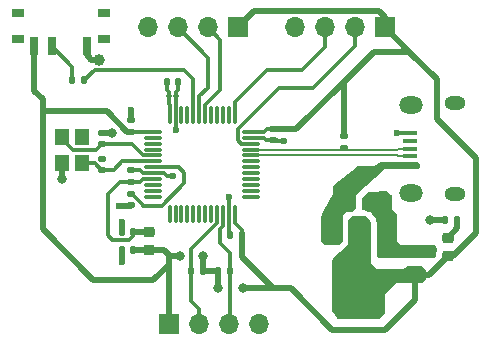
<source format=gbr>
%TF.GenerationSoftware,KiCad,Pcbnew,8.0.6*%
%TF.CreationDate,2024-12-16T15:44:52-05:00*%
%TF.ProjectId,stm32,73746d33-322e-46b6-9963-61645f706362,rev?*%
%TF.SameCoordinates,Original*%
%TF.FileFunction,Copper,L1,Top*%
%TF.FilePolarity,Positive*%
%FSLAX46Y46*%
G04 Gerber Fmt 4.6, Leading zero omitted, Abs format (unit mm)*
G04 Created by KiCad (PCBNEW 8.0.6) date 2024-12-16 15:44:52*
%MOMM*%
%LPD*%
G01*
G04 APERTURE LIST*
G04 Aperture macros list*
%AMRoundRect*
0 Rectangle with rounded corners*
0 $1 Rounding radius*
0 $2 $3 $4 $5 $6 $7 $8 $9 X,Y pos of 4 corners*
0 Add a 4 corners polygon primitive as box body*
4,1,4,$2,$3,$4,$5,$6,$7,$8,$9,$2,$3,0*
0 Add four circle primitives for the rounded corners*
1,1,$1+$1,$2,$3*
1,1,$1+$1,$4,$5*
1,1,$1+$1,$6,$7*
1,1,$1+$1,$8,$9*
0 Add four rect primitives between the rounded corners*
20,1,$1+$1,$2,$3,$4,$5,0*
20,1,$1+$1,$4,$5,$6,$7,0*
20,1,$1+$1,$6,$7,$8,$9,0*
20,1,$1+$1,$8,$9,$2,$3,0*%
G04 Aperture macros list end*
%TA.AperFunction,SMDPad,CuDef*%
%ADD10RoundRect,0.100000X-0.130000X-0.100000X0.130000X-0.100000X0.130000X0.100000X-0.130000X0.100000X0*%
%TD*%
%TA.AperFunction,SMDPad,CuDef*%
%ADD11RoundRect,0.140000X0.170000X-0.140000X0.170000X0.140000X-0.170000X0.140000X-0.170000X-0.140000X0*%
%TD*%
%TA.AperFunction,SMDPad,CuDef*%
%ADD12RoundRect,0.135000X-0.135000X-0.185000X0.135000X-0.185000X0.135000X0.185000X-0.135000X0.185000X0*%
%TD*%
%TA.AperFunction,SMDPad,CuDef*%
%ADD13R,1.200000X1.400000*%
%TD*%
%TA.AperFunction,ComponentPad*%
%ADD14R,1.700000X1.700000*%
%TD*%
%TA.AperFunction,ComponentPad*%
%ADD15O,1.700000X1.700000*%
%TD*%
%TA.AperFunction,SMDPad,CuDef*%
%ADD16R,1.000000X0.800000*%
%TD*%
%TA.AperFunction,SMDPad,CuDef*%
%ADD17R,0.700000X1.500000*%
%TD*%
%TA.AperFunction,SMDPad,CuDef*%
%ADD18RoundRect,0.075000X-0.662500X-0.075000X0.662500X-0.075000X0.662500X0.075000X-0.662500X0.075000X0*%
%TD*%
%TA.AperFunction,SMDPad,CuDef*%
%ADD19RoundRect,0.075000X-0.075000X-0.662500X0.075000X-0.662500X0.075000X0.662500X-0.075000X0.662500X0*%
%TD*%
%TA.AperFunction,SMDPad,CuDef*%
%ADD20R,1.300000X0.450000*%
%TD*%
%TA.AperFunction,ComponentPad*%
%ADD21O,1.800000X1.150000*%
%TD*%
%TA.AperFunction,ComponentPad*%
%ADD22O,2.000000X1.450000*%
%TD*%
%TA.AperFunction,SMDPad,CuDef*%
%ADD23RoundRect,0.250000X-0.250000X-0.475000X0.250000X-0.475000X0.250000X0.475000X-0.250000X0.475000X0*%
%TD*%
%TA.AperFunction,SMDPad,CuDef*%
%ADD24RoundRect,0.140000X0.140000X0.170000X-0.140000X0.170000X-0.140000X-0.170000X0.140000X-0.170000X0*%
%TD*%
%TA.AperFunction,SMDPad,CuDef*%
%ADD25RoundRect,0.140000X-0.170000X0.140000X-0.170000X-0.140000X0.170000X-0.140000X0.170000X0.140000X0*%
%TD*%
%TA.AperFunction,SMDPad,CuDef*%
%ADD26RoundRect,0.135000X0.135000X0.185000X-0.135000X0.185000X-0.135000X-0.185000X0.135000X-0.185000X0*%
%TD*%
%TA.AperFunction,SMDPad,CuDef*%
%ADD27RoundRect,0.250000X0.475000X-0.250000X0.475000X0.250000X-0.475000X0.250000X-0.475000X-0.250000X0*%
%TD*%
%TA.AperFunction,SMDPad,CuDef*%
%ADD28RoundRect,0.218750X0.256250X-0.218750X0.256250X0.218750X-0.256250X0.218750X-0.256250X-0.218750X0*%
%TD*%
%TA.AperFunction,SMDPad,CuDef*%
%ADD29RoundRect,0.375000X-0.375000X0.625000X-0.375000X-0.625000X0.375000X-0.625000X0.375000X0.625000X0*%
%TD*%
%TA.AperFunction,SMDPad,CuDef*%
%ADD30RoundRect,0.500000X-1.400000X0.500000X-1.400000X-0.500000X1.400000X-0.500000X1.400000X0.500000X0*%
%TD*%
%TA.AperFunction,SMDPad,CuDef*%
%ADD31RoundRect,0.135000X-0.185000X0.135000X-0.185000X-0.135000X0.185000X-0.135000X0.185000X0.135000X0*%
%TD*%
%TA.AperFunction,SMDPad,CuDef*%
%ADD32RoundRect,0.218750X-0.256250X0.218750X-0.256250X-0.218750X0.256250X-0.218750X0.256250X0.218750X0*%
%TD*%
%TA.AperFunction,SMDPad,CuDef*%
%ADD33RoundRect,0.140000X-0.140000X-0.170000X0.140000X-0.170000X0.140000X0.170000X-0.140000X0.170000X0*%
%TD*%
%TA.AperFunction,ViaPad*%
%ADD34C,0.800000*%
%TD*%
%TA.AperFunction,ViaPad*%
%ADD35C,1.000000*%
%TD*%
%TA.AperFunction,ViaPad*%
%ADD36C,0.600000*%
%TD*%
%TA.AperFunction,Conductor*%
%ADD37C,0.500000*%
%TD*%
%TA.AperFunction,Conductor*%
%ADD38C,0.300000*%
%TD*%
%TA.AperFunction,Conductor*%
%ADD39C,0.200000*%
%TD*%
G04 APERTURE END LIST*
D10*
%TO.P,C5,1*%
%TO.N,+3.3V*%
X143680000Y-99677482D03*
%TO.P,C5,2*%
%TO.N,GND*%
X144320000Y-99677482D03*
%TD*%
D11*
%TO.P,C11,1*%
%TO.N,/HSE_OUT*%
X138000000Y-105980000D03*
%TO.P,C11,2*%
%TO.N,GND*%
X138000000Y-105020000D03*
%TD*%
D12*
%TO.P,R1,1*%
%TO.N,/SW_BOOT0*%
X135490000Y-98400000D03*
%TO.P,R1,2*%
%TO.N,/BOOT0*%
X136510000Y-98400000D03*
%TD*%
D13*
%TO.P,Y1,1,1*%
%TO.N,/HSE_IN*%
X134650000Y-103224104D03*
%TO.P,Y1,2,2*%
%TO.N,GND*%
X134650000Y-105424104D03*
%TO.P,Y1,3,3*%
%TO.N,/HSE_OUT*%
X136350000Y-105424104D03*
%TO.P,Y1,4,4*%
%TO.N,GND*%
X136350000Y-103224104D03*
%TD*%
D14*
%TO.P,J3,1,Pin_1*%
%TO.N,+3.3V*%
X149500000Y-93900000D03*
D15*
%TO.P,J3,2,Pin_2*%
%TO.N,/USART1_TX*%
X146960000Y-93900000D03*
%TO.P,J3,3,Pin_3*%
%TO.N,/USART1_RX*%
X144420000Y-93900000D03*
%TO.P,J3,4,Pin_4*%
%TO.N,GND*%
X141880000Y-93900000D03*
%TD*%
D16*
%TO.P,SW1,*%
%TO.N,*%
X138179126Y-94856375D03*
X138179126Y-92646375D03*
X130879126Y-94856375D03*
X130879126Y-92646375D03*
D17*
%TO.P,SW1,1,A*%
%TO.N,GND*%
X136779126Y-95506375D03*
%TO.P,SW1,2,B*%
%TO.N,/SW_BOOT0*%
X133779126Y-95506375D03*
%TO.P,SW1,3,C*%
%TO.N,+3.3V*%
X132279126Y-95506375D03*
%TD*%
D18*
%TO.P,U1,1,VBAT*%
%TO.N,+3.3V*%
X142337500Y-102750000D03*
%TO.P,U1,2,PC13*%
%TO.N,unconnected-(U1-PC13-Pad2)*%
X142337500Y-103250000D03*
%TO.P,U1,3,PC14*%
%TO.N,unconnected-(U1-PC14-Pad3)*%
X142337500Y-103750000D03*
%TO.P,U1,4,PC15*%
%TO.N,unconnected-(U1-PC15-Pad4)*%
X142337500Y-104250000D03*
%TO.P,U1,5,PD0*%
%TO.N,/HSE_IN*%
X142337500Y-104750000D03*
%TO.P,U1,6,PD1*%
%TO.N,/HSE_OUT*%
X142337500Y-105250000D03*
%TO.P,U1,7,NRST*%
%TO.N,/NRST*%
X142337500Y-105750000D03*
%TO.P,U1,8,VSSA*%
%TO.N,GND*%
X142337500Y-106250000D03*
%TO.P,U1,9,VDDA*%
%TO.N,+3.3VA*%
X142337500Y-106750000D03*
%TO.P,U1,10,PA0*%
%TO.N,unconnected-(U1-PA0-Pad10)*%
X142337500Y-107250000D03*
%TO.P,U1,11,PA1*%
%TO.N,unconnected-(U1-PA1-Pad11)*%
X142337500Y-107750000D03*
%TO.P,U1,12,PA2*%
%TO.N,unconnected-(U1-PA2-Pad12)*%
X142337500Y-108250000D03*
D19*
%TO.P,U1,13,PA3*%
%TO.N,unconnected-(U1-PA3-Pad13)*%
X143750000Y-109662500D03*
%TO.P,U1,14,PA4*%
%TO.N,unconnected-(U1-PA4-Pad14)*%
X144250000Y-109662500D03*
%TO.P,U1,15,PA5*%
%TO.N,unconnected-(U1-PA5-Pad15)*%
X144750000Y-109662500D03*
%TO.P,U1,16,PA6*%
%TO.N,unconnected-(U1-PA6-Pad16)*%
X145250000Y-109662500D03*
%TO.P,U1,17,PA7*%
%TO.N,unconnected-(U1-PA7-Pad17)*%
X145750000Y-109662500D03*
%TO.P,U1,18,PB0*%
%TO.N,unconnected-(U1-PB0-Pad18)*%
X146250000Y-109662500D03*
%TO.P,U1,19,PB1*%
%TO.N,unconnected-(U1-PB1-Pad19)*%
X146750000Y-109662500D03*
%TO.P,U1,20,PB2*%
%TO.N,unconnected-(U1-PB2-Pad20)*%
X147250000Y-109662500D03*
%TO.P,U1,21,PB10*%
%TO.N,/I2C2_SCL*%
X147750000Y-109662500D03*
%TO.P,U1,22,PB11*%
%TO.N,/I2C2_SDA*%
X148250000Y-109662500D03*
%TO.P,U1,23,VSS*%
%TO.N,GND*%
X148750000Y-109662500D03*
%TO.P,U1,24,VDD*%
%TO.N,+3.3V*%
X149250000Y-109662500D03*
D18*
%TO.P,U1,25,PB12*%
%TO.N,unconnected-(U1-PB12-Pad25)*%
X150662500Y-108250000D03*
%TO.P,U1,26,PB13*%
%TO.N,unconnected-(U1-PB13-Pad26)*%
X150662500Y-107750000D03*
%TO.P,U1,27,PB14*%
%TO.N,unconnected-(U1-PB14-Pad27)*%
X150662500Y-107250000D03*
%TO.P,U1,28,PB15*%
%TO.N,unconnected-(U1-PB15-Pad28)*%
X150662500Y-106750000D03*
%TO.P,U1,29,PA8*%
%TO.N,unconnected-(U1-PA8-Pad29)*%
X150662500Y-106250000D03*
%TO.P,U1,30,PA9*%
%TO.N,unconnected-(U1-PA9-Pad30)*%
X150662500Y-105750000D03*
%TO.P,U1,31,PA10*%
%TO.N,unconnected-(U1-PA10-Pad31)*%
X150662500Y-105250000D03*
%TO.P,U1,32,PA11*%
%TO.N,/USB_D-*%
X150662500Y-104750000D03*
%TO.P,U1,33,PA12*%
%TO.N,/USB_D+*%
X150662500Y-104250000D03*
%TO.P,U1,34,PA13*%
%TO.N,/SWDIO*%
X150662500Y-103750000D03*
%TO.P,U1,35,VSS*%
%TO.N,GND*%
X150662500Y-103250000D03*
%TO.P,U1,36,VDD*%
%TO.N,+3.3V*%
X150662500Y-102750000D03*
D19*
%TO.P,U1,37,PA14*%
%TO.N,/SWCLK*%
X149250000Y-101337500D03*
%TO.P,U1,38,PA15*%
%TO.N,unconnected-(U1-PA15-Pad38)*%
X148750000Y-101337500D03*
%TO.P,U1,39,PB3*%
%TO.N,unconnected-(U1-PB3-Pad39)*%
X148250000Y-101337500D03*
%TO.P,U1,40,PB4*%
%TO.N,unconnected-(U1-PB4-Pad40)*%
X147750000Y-101337500D03*
%TO.P,U1,41,PB5*%
%TO.N,unconnected-(U1-PB5-Pad41)*%
X147250000Y-101337500D03*
%TO.P,U1,42,PB6*%
%TO.N,/USART1_TX*%
X146750000Y-101337500D03*
%TO.P,U1,43,PB7*%
%TO.N,/USART1_RX*%
X146250000Y-101337500D03*
%TO.P,U1,44,BOOT0*%
%TO.N,/BOOT0*%
X145750000Y-101337500D03*
%TO.P,U1,45,PB8*%
%TO.N,unconnected-(U1-PB8-Pad45)*%
X145250000Y-101337500D03*
%TO.P,U1,46,PB9*%
%TO.N,unconnected-(U1-PB9-Pad46)*%
X144750000Y-101337500D03*
%TO.P,U1,47,VSS*%
%TO.N,GND*%
X144250000Y-101337500D03*
%TO.P,U1,48,VDD*%
%TO.N,+3.3V*%
X143750000Y-101337500D03*
%TD*%
D11*
%TO.P,C4,1*%
%TO.N,+3.3V*%
X140457034Y-102738562D03*
%TO.P,C4,2*%
%TO.N,GND*%
X140457034Y-101778562D03*
%TD*%
%TO.P,C6,1*%
%TO.N,+3.3VA*%
X140500000Y-106980000D03*
%TO.P,C6,2*%
%TO.N,GND*%
X140500000Y-106020000D03*
%TD*%
D20*
%TO.P,J1,1,VBUS*%
%TO.N,VBUS*%
X164100000Y-105458629D03*
%TO.P,J1,2,D-*%
%TO.N,/USB_D-*%
X164100000Y-104808629D03*
%TO.P,J1,3,D+*%
%TO.N,/USB_D+*%
X164100000Y-104158629D03*
%TO.P,J1,4,ID*%
%TO.N,unconnected-(J1-ID-Pad4)*%
X164100000Y-103508629D03*
%TO.P,J1,5,GND*%
%TO.N,GND*%
X164100000Y-102858629D03*
D21*
%TO.P,J1,6,Shield*%
%TO.N,unconnected-(J1-Shield-Pad6)_1*%
X167950000Y-108033629D03*
D22*
%TO.N,unconnected-(J1-Shield-Pad6)_3*%
X164150000Y-107883629D03*
%TO.N,unconnected-(J1-Shield-Pad6)*%
X164150000Y-100433629D03*
D21*
%TO.N,unconnected-(J1-Shield-Pad6)_2*%
X167950000Y-100283629D03*
%TD*%
D23*
%TO.P,C13,1*%
%TO.N,VBUS*%
X158835910Y-108749348D03*
%TO.P,C13,2*%
%TO.N,GND*%
X160735910Y-108749348D03*
%TD*%
D24*
%TO.P,C1,1*%
%TO.N,+3.3V*%
X149837734Y-111505022D03*
%TO.P,C1,2*%
%TO.N,GND*%
X148877734Y-111505022D03*
%TD*%
D25*
%TO.P,C3,1*%
%TO.N,+3.3V*%
X152522960Y-102520000D03*
%TO.P,C3,2*%
%TO.N,GND*%
X152522960Y-103480000D03*
%TD*%
D26*
%TO.P,R4,1*%
%TO.N,+3.3V*%
X146617044Y-114500000D03*
%TO.P,R4,2*%
%TO.N,/I2C2_SCL*%
X145597044Y-114500000D03*
%TD*%
D25*
%TO.P,C9,2*%
%TO.N,GND*%
X140500000Y-108980000D03*
%TO.P,C9,1*%
%TO.N,/NRST*%
X140500000Y-108020000D03*
%TD*%
D27*
%TO.P,C12,1*%
%TO.N,+3.3V*%
X164500000Y-114850000D03*
%TO.P,C12,2*%
%TO.N,GND*%
X164500000Y-112950000D03*
%TD*%
D26*
%TO.P,R3,1*%
%TO.N,/PWR_LED_K*%
X168099356Y-110207051D03*
%TO.P,R3,2*%
%TO.N,GND*%
X167079356Y-110207051D03*
%TD*%
D28*
%TO.P,FB1,1*%
%TO.N,+3.3V*%
X142000000Y-112787500D03*
%TO.P,FB1,2*%
%TO.N,+3.3VA*%
X142000000Y-111212500D03*
%TD*%
D29*
%TO.P,U2,1,GND*%
%TO.N,GND*%
X162085910Y-111099348D03*
%TO.P,U2,2,VO*%
%TO.N,+3.3V*%
X159785910Y-111099348D03*
D30*
X159785910Y-117399348D03*
D29*
%TO.P,U2,3,VI*%
%TO.N,VBUS*%
X157485910Y-111099348D03*
%TD*%
D31*
%TO.P,R2,1*%
%TO.N,+3.3V*%
X158507519Y-103099117D03*
%TO.P,R2,2*%
%TO.N,/USB_D+*%
X158507519Y-104119117D03*
%TD*%
D12*
%TO.P,R5,1*%
%TO.N,+3.3V*%
X147810000Y-114500000D03*
%TO.P,R5,2*%
%TO.N,/I2C2_SDA*%
X148830000Y-114500000D03*
%TD*%
D32*
%TO.P,D1,1,K*%
%TO.N,/PWR_LED_K*%
X167310923Y-111712500D03*
%TO.P,D1,2,A*%
%TO.N,+3.3V*%
X167310923Y-113287500D03*
%TD*%
D24*
%TO.P,C8,1*%
%TO.N,+3.3V*%
X140684344Y-112780833D03*
%TO.P,C8,2*%
%TO.N,GND*%
X139724344Y-112780833D03*
%TD*%
D14*
%TO.P,J4,1,Pin_1*%
%TO.N,+3.3V*%
X143700000Y-119000000D03*
D15*
%TO.P,J4,2,Pin_2*%
%TO.N,/I2C2_SCL*%
X146240000Y-119000000D03*
%TO.P,J4,3,Pin_3*%
%TO.N,/I2C2_SDA*%
X148780000Y-119000000D03*
%TO.P,J4,4,Pin_4*%
%TO.N,GND*%
X151320000Y-119000000D03*
%TD*%
D11*
%TO.P,C10,1*%
%TO.N,/HSE_IN*%
X138000000Y-103804104D03*
%TO.P,C10,2*%
%TO.N,GND*%
X138000000Y-102844104D03*
%TD*%
D24*
%TO.P,C7,1*%
%TO.N,+3.3VA*%
X140676039Y-111211575D03*
%TO.P,C7,2*%
%TO.N,GND*%
X139716039Y-111211575D03*
%TD*%
D14*
%TO.P,J2,1,Pin_1*%
%TO.N,+3.3V*%
X162000000Y-93900000D03*
D15*
%TO.P,J2,2,Pin_2*%
%TO.N,/SWDIO*%
X159460000Y-93900000D03*
%TO.P,J2,3,Pin_3*%
%TO.N,/SWCLK*%
X156920000Y-93900000D03*
%TO.P,J2,4,Pin_4*%
%TO.N,GND*%
X154380000Y-93900000D03*
%TD*%
D33*
%TO.P,C2,2*%
%TO.N,GND*%
X144480000Y-98500000D03*
%TO.P,C2,1*%
%TO.N,+3.3V*%
X143520000Y-98500000D03*
%TD*%
D34*
%TO.N,GND*%
X165828832Y-110207051D03*
X138893305Y-102847396D03*
X134643806Y-106743364D03*
%TO.N,+3.3V*%
X144667133Y-113271104D03*
X146615455Y-113271104D03*
X147806965Y-116005775D03*
X150000000Y-116000000D03*
D35*
%TO.N,GND*%
X137806973Y-96632983D03*
D36*
X153442822Y-103480940D03*
X163000000Y-102858629D03*
X165969242Y-112921010D03*
X162523308Y-112792651D03*
X161654419Y-112792651D03*
X162009119Y-109136798D03*
X162000000Y-108306888D03*
X144000000Y-106500000D03*
X144251856Y-102625314D03*
X139717543Y-110359503D03*
X139724344Y-113746545D03*
X139500000Y-109000000D03*
X148752065Y-108224058D03*
X140454341Y-100928014D03*
%TD*%
D37*
%TO.N,+3.3V*%
X143700000Y-114000000D02*
X143659175Y-114000000D01*
X133000000Y-111000000D02*
X133000000Y-101000000D01*
X143659175Y-114000000D02*
X142368000Y-115291175D01*
X142368000Y-115291175D02*
X137291175Y-115291175D01*
X137291175Y-115291175D02*
X133000000Y-111000000D01*
X143700000Y-113353737D02*
X143700000Y-114000000D01*
X143700000Y-114000000D02*
X143700000Y-115000000D01*
X158500000Y-98500000D02*
X154480000Y-102520000D01*
X161050000Y-95950000D02*
X158500000Y-98500000D01*
X158500000Y-98500000D02*
X158507519Y-98507519D01*
X158507519Y-98507519D02*
X158507519Y-103099117D01*
X166354056Y-98254056D02*
X164050000Y-95950000D01*
X164050000Y-95950000D02*
X162000000Y-93900000D01*
X164050000Y-95950000D02*
X161050000Y-95950000D01*
X154480000Y-102520000D02*
X152522960Y-102520000D01*
X162000000Y-93900000D02*
X162000000Y-93000000D01*
X150880623Y-92519377D02*
X149500000Y-93900000D01*
X162000000Y-93000000D02*
X161519377Y-92519377D01*
X161519377Y-92519377D02*
X150880623Y-92519377D01*
X167310923Y-113287500D02*
X167712500Y-113287500D01*
X167712500Y-113287500D02*
X169678072Y-111321928D01*
X169678072Y-111321928D02*
X169678072Y-105000000D01*
X169678072Y-105000000D02*
X166354056Y-101675984D01*
X166354056Y-101675984D02*
X166354056Y-98254056D01*
%TO.N,GND*%
X167079356Y-110207051D02*
X165828832Y-110207051D01*
%TO.N,/PWR_LED_K*%
X168099356Y-110207051D02*
X168099356Y-110924067D01*
X168099356Y-110924067D02*
X167310923Y-111712500D01*
%TO.N,+3.3V*%
X133000000Y-101000000D02*
X133000000Y-100000000D01*
X140147035Y-102738562D02*
X140457034Y-102738562D01*
X133000000Y-101000000D02*
X138408473Y-101000000D01*
X138408473Y-101000000D02*
X140147035Y-102738562D01*
X143700000Y-115000000D02*
X143700000Y-119000000D01*
X133000000Y-100000000D02*
X132279126Y-99279126D01*
X132279126Y-99279126D02*
X132279126Y-95506375D01*
%TO.N,GND*%
X138890013Y-102844104D02*
X138893305Y-102847396D01*
X138000000Y-102844104D02*
X138890013Y-102844104D01*
X134643806Y-106743364D02*
X134650000Y-106737170D01*
X134650000Y-106737170D02*
X134650000Y-105424104D01*
D38*
%TO.N,+3.3VA*%
X140500000Y-106980000D02*
X139520000Y-106980000D01*
X139520000Y-106980000D02*
X138500000Y-108000000D01*
X138500000Y-108000000D02*
X138500000Y-111500000D01*
X138871575Y-111871575D02*
X140336905Y-111871575D01*
X138500000Y-111500000D02*
X138871575Y-111871575D01*
X140336905Y-111871575D02*
X140676039Y-111532441D01*
X140676039Y-111532441D02*
X140676039Y-111211575D01*
D37*
%TO.N,+3.3V*%
X142000000Y-112787500D02*
X140691011Y-112787500D01*
X140691011Y-112787500D02*
X140684344Y-112780833D01*
%TO.N,+3.3VA*%
X140676039Y-111211575D02*
X141999075Y-111211575D01*
X141999075Y-111211575D02*
X142000000Y-111212500D01*
D38*
%TO.N,/NRST*%
X141500000Y-109000000D02*
X141500000Y-108973154D01*
X141500000Y-108973154D02*
X140546846Y-108020000D01*
X140546846Y-108020000D02*
X140500000Y-108020000D01*
D37*
%TO.N,+3.3V*%
X164500000Y-114850000D02*
X164500000Y-117000000D01*
X164500000Y-117000000D02*
X162000000Y-119500000D01*
X162000000Y-119500000D02*
X157500000Y-119500000D01*
X157500000Y-119500000D02*
X154000000Y-116000000D01*
X154000000Y-116000000D02*
X152500000Y-116000000D01*
X143782633Y-113271104D02*
X143700000Y-113353737D01*
X143782633Y-113271104D02*
X143297279Y-112785750D01*
X144667133Y-113271104D02*
X143782633Y-113271104D01*
X143297279Y-112785750D02*
X143295529Y-112787500D01*
X143295529Y-112787500D02*
X142000000Y-112787500D01*
X146617044Y-113272693D02*
X146615455Y-113271104D01*
X146617044Y-114500000D02*
X146617044Y-113272693D01*
X146617044Y-114500000D02*
X147810000Y-114500000D01*
X147810000Y-114500000D02*
X147810000Y-116002740D01*
X147810000Y-116002740D02*
X147806965Y-116005775D01*
X152500000Y-116000000D02*
X150000000Y-116000000D01*
X149837734Y-113337734D02*
X149837734Y-111505022D01*
X152500000Y-116000000D02*
X149837734Y-113337734D01*
X164500000Y-114850000D02*
X165748423Y-114850000D01*
X165748423Y-114850000D02*
X167310923Y-113287500D01*
%TO.N,GND*%
X137132983Y-96632983D02*
X137806973Y-96632983D01*
X136779126Y-96279126D02*
X137132983Y-96632983D01*
X136779126Y-95506375D02*
X136779126Y-96279126D01*
X136779126Y-96279126D02*
X137000000Y-96500000D01*
D38*
X152833899Y-103480940D02*
X153442822Y-103480940D01*
X152832959Y-103480000D02*
X152833899Y-103480940D01*
X152522960Y-103480000D02*
X152832959Y-103480000D01*
X164100000Y-102858629D02*
X163000000Y-102858629D01*
%TO.N,/NRST*%
X142337500Y-105750000D02*
X144556510Y-105750000D01*
X143071880Y-109000000D02*
X141500000Y-109000000D01*
X144556510Y-105750000D02*
X145000000Y-106193490D01*
X145000000Y-106193490D02*
X145000000Y-107071880D01*
X145000000Y-107071880D02*
X143071880Y-109000000D01*
%TO.N,GND*%
X144000000Y-106500000D02*
X143500000Y-106500000D01*
X143500000Y-106500000D02*
X143250000Y-106250000D01*
X143250000Y-106250000D02*
X142337500Y-106250000D01*
X144250000Y-102623458D02*
X144251856Y-102625314D01*
X144250000Y-101337500D02*
X144250000Y-102623458D01*
D37*
X139724344Y-112780833D02*
X139724344Y-113746545D01*
X139717543Y-110782457D02*
X139717543Y-110359503D01*
X139716039Y-110783961D02*
X139717543Y-110782457D01*
X139716039Y-111211575D02*
X139716039Y-110783961D01*
X139503801Y-108996199D02*
X139500000Y-109000000D01*
X140479658Y-108996199D02*
X139503801Y-108996199D01*
D38*
X148750000Y-108226123D02*
X148752065Y-108224058D01*
X148750000Y-109662500D02*
X148750000Y-108226123D01*
D39*
%TO.N,/USB_D-*%
X164600588Y-104808629D02*
X163083629Y-104808629D01*
X163083629Y-104808629D02*
X163000000Y-104725000D01*
X151768751Y-104750000D02*
X150662500Y-104750000D01*
X163000000Y-104725000D02*
X151793751Y-104725000D01*
X151793751Y-104725000D02*
X151768751Y-104750000D01*
%TO.N,/USB_D+*%
X164600588Y-104158629D02*
X163116371Y-104158629D01*
X151768751Y-104250000D02*
X150662500Y-104250000D01*
X163116371Y-104158629D02*
X163000000Y-104275000D01*
X163000000Y-104275000D02*
X151793751Y-104275000D01*
X151793751Y-104275000D02*
X151768751Y-104250000D01*
D38*
%TO.N,/I2C2_SCL*%
X145597044Y-114500000D02*
X145597044Y-117097044D01*
X145597044Y-117097044D02*
X146240000Y-117740000D01*
X146240000Y-117740000D02*
X146240000Y-119000000D01*
%TO.N,/I2C2_SDA*%
X148830000Y-114500000D02*
X148830000Y-118950000D01*
X148830000Y-118950000D02*
X148780000Y-119000000D01*
%TO.N,/I2C2_SCL*%
X147750000Y-109662500D02*
X147750000Y-110503120D01*
X147750000Y-110503120D02*
X145597044Y-112656076D01*
X145597044Y-112656076D02*
X145597044Y-114500000D01*
%TO.N,/I2C2_SDA*%
X148000000Y-112196093D02*
X148833293Y-113029386D01*
X148833293Y-113029386D02*
X148830000Y-113032679D01*
X148250000Y-109662500D02*
X148250000Y-110750000D01*
X148250000Y-110750000D02*
X148000000Y-111000000D01*
X148000000Y-111000000D02*
X148000000Y-112196093D01*
X148830000Y-113032679D02*
X148830000Y-114500000D01*
%TO.N,+3.3V*%
X149837734Y-111049311D02*
X149837734Y-111505022D01*
X149250000Y-109662500D02*
X149250000Y-110461577D01*
X149250000Y-110461577D02*
X149837734Y-111049311D01*
%TO.N,GND*%
X148750000Y-109662500D02*
X148750000Y-111377288D01*
X148750000Y-111377288D02*
X148877734Y-111505022D01*
%TO.N,/USART1_RX*%
X146250000Y-101337500D02*
X146250000Y-99750000D01*
X147000000Y-99000000D02*
X147000000Y-96480000D01*
X147000000Y-96480000D02*
X144420000Y-93900000D01*
X146250000Y-99750000D02*
X147000000Y-99000000D01*
%TO.N,/BOOT0*%
X145750000Y-101337500D02*
X145750000Y-98250000D01*
X145750000Y-98250000D02*
X145000000Y-97500000D01*
X145000000Y-97500000D02*
X137410000Y-97500000D01*
X137410000Y-97500000D02*
X136510000Y-98400000D01*
%TO.N,/USART1_TX*%
X146750000Y-101337500D02*
X146750000Y-100496880D01*
X146750000Y-100496880D02*
X148000000Y-99246880D01*
X148000000Y-99246880D02*
X148000000Y-94940000D01*
X148000000Y-94940000D02*
X146960000Y-93900000D01*
%TO.N,/SW_BOOT0*%
X135490000Y-98400000D02*
X135490000Y-97217249D01*
X135490000Y-97217249D02*
X133779126Y-95506375D01*
%TO.N,/SWDIO*%
X150662500Y-103750000D02*
X149821880Y-103750000D01*
X159460000Y-95460000D02*
X159460000Y-93900000D01*
X149500000Y-102500000D02*
X153000000Y-99000000D01*
X149500000Y-103428120D02*
X149500000Y-102500000D01*
X153000000Y-99000000D02*
X155919653Y-99000000D01*
X149821880Y-103750000D02*
X149500000Y-103428120D01*
X155919653Y-99000000D02*
X159459653Y-95460000D01*
X159459653Y-95460000D02*
X159460000Y-95460000D01*
%TO.N,/SWCLK*%
X149250000Y-101337500D02*
X149250000Y-100250000D01*
X155000000Y-97500000D02*
X156920000Y-95580000D01*
X149250000Y-100250000D02*
X152000000Y-97500000D01*
X152000000Y-97500000D02*
X155000000Y-97500000D01*
X156920000Y-95580000D02*
X156920000Y-93900000D01*
%TO.N,/HSE_IN*%
X138000000Y-103804104D02*
X137530000Y-104274104D01*
X137530000Y-104274104D02*
X135600000Y-104274104D01*
X135600000Y-104274104D02*
X134650000Y-103324104D01*
X134650000Y-103324104D02*
X134650000Y-103224104D01*
X142337500Y-104750000D02*
X141496880Y-104750000D01*
X141496880Y-104750000D02*
X140550984Y-103804104D01*
X140550984Y-103804104D02*
X138000000Y-103804104D01*
%TO.N,/HSE_OUT*%
X138000000Y-105980000D02*
X137953154Y-105980000D01*
X137953154Y-105980000D02*
X137397258Y-105424104D01*
X137397258Y-105424104D02*
X136350000Y-105424104D01*
X139750000Y-105250000D02*
X139000000Y-106000000D01*
X142337500Y-105250000D02*
X139750000Y-105250000D01*
X139000000Y-106000000D02*
X138980000Y-105980000D01*
X138980000Y-105980000D02*
X138000000Y-105980000D01*
%TO.N,+3.3V*%
X151750000Y-102750000D02*
X151980000Y-102520000D01*
X151980000Y-102520000D02*
X152522960Y-102520000D01*
%TO.N,GND*%
X151709209Y-103250000D02*
X151939209Y-103480000D01*
X151939209Y-103480000D02*
X152522960Y-103480000D01*
X150662500Y-103250000D02*
X151709209Y-103250000D01*
%TO.N,+3.3V*%
X150662500Y-102750000D02*
X151750000Y-102750000D01*
%TO.N,+3.3VA*%
X142337500Y-106750000D02*
X141496880Y-106750000D01*
X141496880Y-106750000D02*
X141266880Y-106980000D01*
X141266880Y-106980000D02*
X140500000Y-106980000D01*
%TO.N,GND*%
X142337500Y-106250000D02*
X141496880Y-106250000D01*
X141496880Y-106250000D02*
X141266880Y-106020000D01*
X141266880Y-106020000D02*
X140500000Y-106020000D01*
%TO.N,+3.3V*%
X142337500Y-102750000D02*
X140468472Y-102750000D01*
X140468472Y-102750000D02*
X140457034Y-102738562D01*
X143680000Y-99677482D02*
X143680000Y-99383191D01*
X143680000Y-99383191D02*
X143520000Y-99223191D01*
X143520000Y-99223191D02*
X143520000Y-98500000D01*
%TO.N,GND*%
X144320000Y-99677482D02*
X144320000Y-99384670D01*
X144320000Y-99384670D02*
X144480000Y-99224670D01*
X144480000Y-99224670D02*
X144480000Y-98500000D01*
X144250000Y-101337500D02*
X144250000Y-100496880D01*
X144250000Y-100496880D02*
X144320000Y-100426880D01*
X144320000Y-100426880D02*
X144320000Y-99677482D01*
%TO.N,+3.3V*%
X143750000Y-101337500D02*
X143750000Y-100496880D01*
X143750000Y-100496880D02*
X143680000Y-100426880D01*
X143680000Y-100426880D02*
X143680000Y-99677482D01*
D37*
%TO.N,GND*%
X140457034Y-100930707D02*
X140454341Y-100928014D01*
X140457034Y-101778562D02*
X140457034Y-100930707D01*
%TD*%
%TA.AperFunction,Conductor*%
%TO.N,GND*%
G36*
X162180755Y-107813138D02*
G01*
X162191436Y-107820722D01*
X162510065Y-108073355D01*
X162550366Y-108130429D01*
X162557025Y-108170519D01*
X162557025Y-109245265D01*
X162930567Y-109608649D01*
X162964894Y-109669504D01*
X162968096Y-109696244D01*
X162991982Y-111999998D01*
X162991984Y-112000001D01*
X163375711Y-112330891D01*
X163375712Y-112330891D01*
X166110313Y-112330891D01*
X166177352Y-112350576D01*
X166198346Y-112367563D01*
X166342444Y-112512823D01*
X166375682Y-112574280D01*
X166378407Y-112599169D01*
X166379976Y-112797228D01*
X166373687Y-112837212D01*
X166345487Y-112922316D01*
X166345486Y-112922321D01*
X166335423Y-113020818D01*
X166335423Y-113150270D01*
X166315738Y-113217309D01*
X166299104Y-113237951D01*
X166111226Y-113425829D01*
X166049903Y-113459314D01*
X166023545Y-113462148D01*
X161555429Y-113462148D01*
X161488390Y-113442463D01*
X161462809Y-113420595D01*
X161299764Y-113237431D01*
X161269893Y-113174268D01*
X161268384Y-113154984D01*
X161268384Y-110406041D01*
X161268372Y-110402682D01*
X161268358Y-110400720D01*
X161268358Y-110400650D01*
X161268316Y-110396804D01*
X161245745Y-110254705D01*
X161240775Y-110238657D01*
X161235224Y-110202008D01*
X161235181Y-110018051D01*
X161235181Y-110018050D01*
X161000000Y-109756587D01*
X160980895Y-109748075D01*
X160928045Y-109703379D01*
X160914369Y-109682772D01*
X160903083Y-109669079D01*
X160847981Y-109602228D01*
X160847979Y-109602226D01*
X160811701Y-109566480D01*
X160730205Y-109501301D01*
X160664766Y-109471415D01*
X160599331Y-109441531D01*
X160532286Y-109421844D01*
X160484813Y-109415018D01*
X160389869Y-109401368D01*
X160389867Y-109401368D01*
X160176114Y-109401368D01*
X160109075Y-109381683D01*
X160063320Y-109328879D01*
X160053364Y-109259804D01*
X160061559Y-109202533D01*
X160061011Y-108394848D01*
X160080650Y-108327797D01*
X160101833Y-108302801D01*
X160618907Y-107835149D01*
X160681828Y-107804782D01*
X160701264Y-107803120D01*
X162113589Y-107793892D01*
X162180755Y-107813138D01*
G37*
%TD.AperFunction*%
%TD*%
%TA.AperFunction,Conductor*%
%TO.N,+3.3V*%
G36*
X160456908Y-109926553D02*
G01*
X160493186Y-109962299D01*
X160727606Y-110315516D01*
X160742201Y-110337506D01*
X160762871Y-110404249D01*
X160762884Y-110406075D01*
X160762884Y-113868671D01*
X161241041Y-114349477D01*
X163493374Y-114354996D01*
X163498907Y-114355010D01*
X163498907Y-114355009D01*
X163498908Y-114355010D01*
X163815746Y-114151261D01*
X163882558Y-114131559D01*
X165097875Y-114129112D01*
X165164954Y-114148662D01*
X165187145Y-114166790D01*
X165390723Y-114376730D01*
X165423260Y-114438561D01*
X165425703Y-114463094D01*
X165425444Y-115230591D01*
X165405737Y-115297624D01*
X165385115Y-115322065D01*
X165153890Y-115533471D01*
X165091131Y-115564179D01*
X165070219Y-115565955D01*
X162999610Y-115565955D01*
X161983129Y-116464789D01*
X161984012Y-118042569D01*
X161964365Y-118109619D01*
X161947693Y-118130319D01*
X161520287Y-118557725D01*
X161458964Y-118591210D01*
X161432781Y-118594044D01*
X158045801Y-118598815D01*
X157978734Y-118579225D01*
X157947534Y-118550668D01*
X157551311Y-118038262D01*
X157525874Y-117973187D01*
X157525405Y-117962410D01*
X157525405Y-113559650D01*
X157545090Y-113492611D01*
X157566035Y-113467859D01*
X158816702Y-112332025D01*
X158816702Y-110355172D01*
X158836387Y-110288133D01*
X158839714Y-110283218D01*
X159070780Y-109958913D01*
X159125711Y-109915738D01*
X159171767Y-109906868D01*
X160389869Y-109906868D01*
X160456908Y-109926553D01*
G37*
%TD.AperFunction*%
%TD*%
%TA.AperFunction,Conductor*%
%TO.N,VBUS*%
G36*
X164833410Y-105361792D02*
G01*
X164863070Y-105388485D01*
X164928493Y-105469987D01*
X164955109Y-105534589D01*
X164955791Y-105548495D01*
X164954864Y-105678298D01*
X164934701Y-105745195D01*
X164908911Y-105773771D01*
X164810435Y-105853530D01*
X164745951Y-105880427D01*
X164732940Y-105881170D01*
X162012465Y-105893210D01*
X159555322Y-108115502D01*
X159556059Y-109202876D01*
X159536420Y-109269929D01*
X159512931Y-109296959D01*
X159309759Y-109471757D01*
X159246101Y-109500557D01*
X159229513Y-109501756D01*
X158713663Y-109504361D01*
X158471127Y-109879714D01*
X158466680Y-111932926D01*
X158446850Y-111999922D01*
X158418392Y-112030860D01*
X158082030Y-112290186D01*
X158016918Y-112315529D01*
X158005885Y-112315982D01*
X157020265Y-112312542D01*
X156953295Y-112292624D01*
X156946298Y-112287743D01*
X156595183Y-112024406D01*
X156553362Y-111968435D01*
X156545586Y-111926003D01*
X156533222Y-109991901D01*
X156550672Y-109927679D01*
X156861450Y-109405694D01*
X157595610Y-108015017D01*
X157610172Y-107374753D01*
X157631376Y-107308181D01*
X157655646Y-107281583D01*
X159582343Y-105706208D01*
X159646701Y-105679012D01*
X159660354Y-105678205D01*
X161054170Y-105672966D01*
X161474822Y-105365946D01*
X161540577Y-105342325D01*
X161547925Y-105342107D01*
X164766371Y-105342107D01*
X164833410Y-105361792D01*
G37*
%TD.AperFunction*%
%TD*%
M02*

</source>
